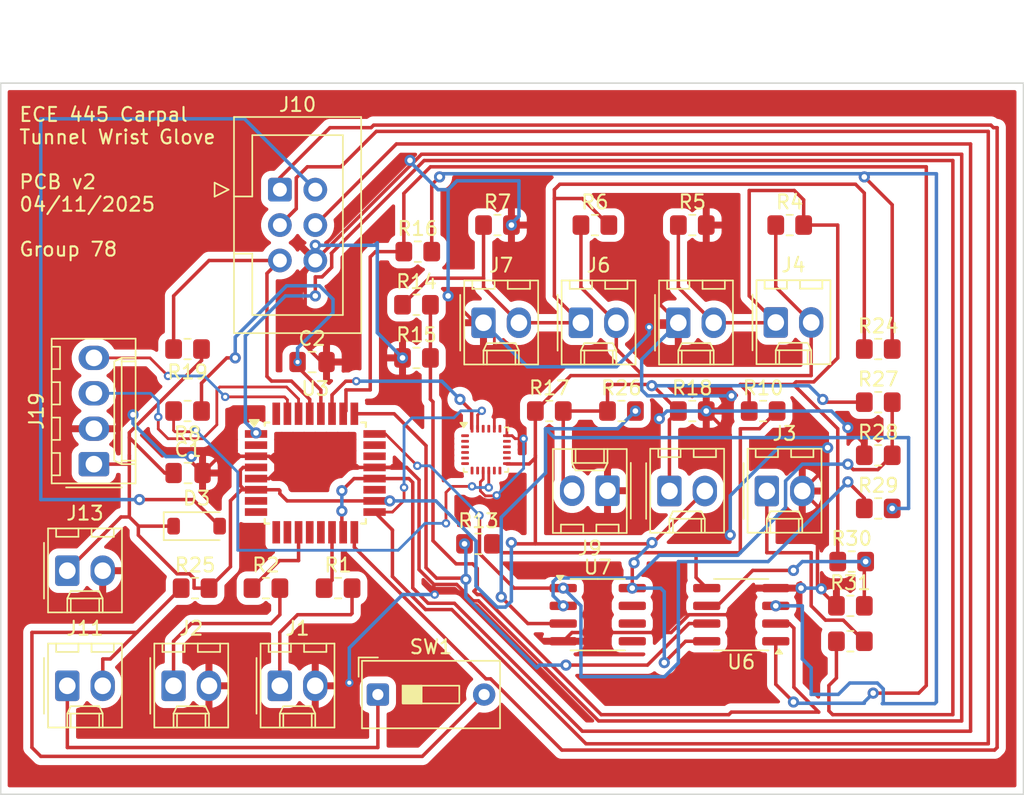
<source format=kicad_pcb>
(kicad_pcb (version 20241229) (generator "pcbnew") (generator_version "9.0")
  (layers (0 "F.Cu" signal) (2 "B.Cu" signal) (13 "F.Paste" user) (15 "B.Paste" user) (5 "F.SilkS" user "F.Silkscreen") (7 "B.SilkS" user "B.Silkscreen") (1 "F.Mask" user) (3 "B.Mask" user) (25 "Edge.Cuts" user))
  (net 0 "")
  (net 1 "+5V")
  (net 2 "GND")
  (net 3 "IMU_OUT")
  (net 4 "Net-(J1-Pin_1)")
  (net 5 "Net-(J2-Pin_1)")
  (net 6 "Net-(J3-Pin_1)")
  (net 7 "V1+")
  (net 8 "V2+")
  (net 9 "V+")
  (net 10 "MISO")
  (net 11 "RST")
  (net 12 "SCK")
  (net 13 "MOSI")
  (net 14 "Net-(U3-PB2)")
  (net 15 "Net-(U3-PD7)")
  (net 16 "Net-(J11-Pin_2)")
  (net 17 "Net-(U1-REGOUT)")
  (net 18 "Vdiff1")
  (net 19 "Vdiff2")
  (net 20 "Vdiff")
  (net 37 "MCU_DL")
  (net 40 "Net-(J11-Pin_1)")
  (net 42 "UART TXD")
  (net 52 "UART RXD")
  (net 53 "Net-(U3-PD3)")
  (net 54 "Net-(U6-IN2+)")
  (net 55 "Net-(U6-IN1-)")
  (net 56 "Net-(U6-IN1+)")
  (net 57 "Net-(U7-IN1+)")
  (net 58 "Net-(U7-IN1-)")
  (net 59 "Net-(U6-IN2-)")
  (net 63 "Net-(D3-A)")
  (footprint "Resistor_SMD:R_0805_2012Metric_Pad1.20x1.40mm_HandSolder" (layer "F.Cu") (at 121.015 56.515)
    (property "Reference" "R26")
    (property "Value" "10k")
  )
  (footprint "Resistor_SMD:R_0805_2012Metric_Pad1.20x1.40mm_HandSolder" (layer "F.Cu") (at 139.43 63.5)
    (property "Reference" "R29")
    (property "Value" "3.3M")
  )
  (footprint "Package_SO:SOIC-8_3.9x4.9mm_P1.27mm" (layer "F.Cu") (at 119.315 71.12)
    (property "Reference" "U7")
    (property "Value" "LM358DT")
  )
  (footprint "Connector_Molex:Molex_KK-254_AE-6410-02A_1x02_P2.54mm_Vertical" (layer "F.Cu") (at 81.275 76.22)
    (property "Reference" "J11")
    (property "Value" "SG1")
  )
  (footprint "Connector_Molex:Molex_KK-254_AE-6410-02A_1x02_P2.54mm_Vertical" (layer "F.Cu") (at 124.455 62.25)
    (property "Reference" "J8" (hide yes))
    (property "Value" "SG1")
  )
  (footprint "Connector_Molex:Molex_KK-254_AE-6410-02A_1x02_P2.54mm_Vertical" (layer "F.Cu") (at 132.08 50.165)
    (property "Reference" "J4")
    (property "Value" "SG3")
  )
  (footprint "Connector_IDC:IDC-Header_2x03_P2.54mm_Vertical" (layer "F.Cu") (at 96.52 40.64)
    (property "Reference" "J10")
    (property "Value" "AVR-ISP-6")
  )
  (footprint "Resistor_SMD:R_0805_2012Metric_Pad1.20x1.40mm_HandSolder" (layer "F.Cu") (at 90.44 69.215)
    (property "Reference" "R25")
    (property "Value" "1k")
  )
  (footprint "Resistor_SMD:R_0805_2012Metric_Pad1.20x1.40mm_HandSolder" (layer "F.Cu") (at 137.43 73.025)
    (property "Reference" "R3" (hide yes))
    (property "Value" "1k")
  )
  (footprint "Capacitor_SMD:C_0805_2012Metric_Pad1.18x1.45mm_HandSolder" (layer "F.Cu") (at 98.8275 53)
    (property "Reference" "C2")
    (property "Value" "10u")
  )
  (footprint "Resistor_SMD:R_0805_2012Metric_Pad1.20x1.40mm_HandSolder" (layer "F.Cu") (at 112.125 43.18)
    (property "Reference" "R7")
    (property "Value" "330")
  )
  (footprint "Sensor_Motion:InvenSense_QFN-24_3x3mm_P0.4mm" (layer "F.Cu") (at 111.3 59.285)
    (property "Reference" "U1" (hide yes))
    (property "Value" "ICM-20948")
  )
  (footprint "Connector_Molex:Molex_KK-254_AE-6410-02A_1x02_P2.54mm_Vertical" (layer "F.Cu") (at 88.895 76.22)
    (property "Reference" "J2")
    (property "Value" "LED")
  )
  (footprint "Connector_Molex:Molex_KK-254_AE-6410-02A_1x02_P2.54mm_Vertical" (layer "F.Cu") (at 111.12 50.185)
    (property "Reference" "J7")
    (property "Value" "SG6")
  )
  (footprint "Connector_Molex:Molex_KK-254_AE-6410-02A_1x02_P2.54mm_Vertical" (layer "F.Cu") (at 81.275 67.965)
    (property "Reference" "J13")
    (property "Value" "LED")
  )
  (footprint "Resistor_SMD:R_0805_2012Metric_Pad1.20x1.40mm_HandSolder" (layer "F.Cu") (at 131.175 56.515)
    (property "Reference" "R10")
    (property "Value" "10k")
  )
  (footprint "Resistor_SMD:R_0805_2012Metric_Pad1.20x1.40mm_HandSolder" (layer "F.Cu") (at 137.43 70.485)
    (property "Reference" "R31")
    (property "Value" "3.3M")
  )
  (footprint "Connector_Molex:Molex_KK-254_AE-6410-02A_1x02_P2.54mm_Vertical" (layer "F.Cu") (at 120.015 62.23 180)
    (property "Reference" "J9")
    (property "Value" "SG2")
  )
  (footprint "Resistor_SMD:R_0805_2012Metric_Pad1.20x1.40mm_HandSolder" (layer "F.Cu") (at 137.525 67.31)
    (property "Reference" "R30")
    (property "Value" "10k")
  )
  (footprint "Capacitor_SMD:C_0805_2012Metric_Pad1.18x1.45mm_HandSolder" (layer "F.Cu") (at 89.9375 60.96)
    (property "Reference" "C1")
    (property "Value" "1uF")
  )
  (footprint "Resistor_SMD:R_0805_2012Metric_Pad1.20x1.40mm_HandSolder" (layer "F.Cu") (at 126.095 56.515)
    (property "Reference" "R18")
    (property "Value" "330")
  )
  (footprint "Button_Switch_THT:SW_DIP_SPSTx01_Slide_9.78x4.72mm_W7.62mm_P2.54mm" (layer "F.Cu") (at 103.5475 76.8475)
    (property "Reference" "SW1")
    (property "Value" "SW_SPST")
  )
  (footprint "Resistor_SMD:R_0805_2012Metric_Pad1.20x1.40mm_HandSolder" (layer "F.Cu") (at 106.315 48.895)
    (property "Reference" "R14")
    (property "Value" "10k")
  )
  (footprint "Connector_Molex:Molex_KK-254_AE-6410-02A_1x02_P2.54mm_Vertical" (layer "F.Cu") (at 118.105 50.185)
    (property "Reference" "J6")
    (property "Value" "SG5")
  )
  (footprint "Connector_Molex:Molex_KK-254_AE-6410-02A_1x02_P2.54mm_Vertical" (layer "F.Cu") (at 125.09 50.185)
    (property "Reference" "J5" (hide yes))
    (property "Value" "SG4")
  )
  (footprint "Resistor_SMD:R_0805_2012Metric_Pad1.20x1.40mm_HandSolder" (layer "F.Cu") (at 106.41 45.085)
    (property "Reference" "R16")
    (property "Value" "3.3M")
  )
  (footprint "Resistor_SMD:R_0805_2012Metric_Pad1.20x1.40mm_HandSolder" (layer "F.Cu") (at 139.43 52.07)
    (property "Reference" "R24")
    (property "Value" "10k")
  )
  (footprint "Resistor_SMD:R_0805_2012Metric_Pad1.20x1.40mm_HandSolder" (layer "F.Cu") (at 115.84 56.515)
    (property "Reference" "R17")
    (property "Value" "330")
  )
  (footprint "Resistor_SMD:R_0805_2012Metric_Pad1.20x1.40mm_HandSolder" (layer "F.Cu") (at 119.11 43.18)
    (property "Reference" "R6")
    (property "Value" "330")
  )
  (footprint "Resistor_SMD:R_0805_2012Metric_Pad1.20x1.40mm_HandSolder" (layer "F.Cu") (at 100.695 69.215)
    (property "Reference" "R1")
    (property "Value" "1k")
  )
  (footprint "Connector_Molex:Molex_KK-254_AE-6410-04A_1x04_P2.54mm_Vertical" (layer "F.Cu") (at 83.185 60.325 90)
    (property "Reference" "J19")
    (property "Value" "Conn_01x04_Pin")
  )
  (footprint "Resistor_SMD:R_0805_2012Metric_Pad1.20x1.40mm_HandSolder" (layer "F.Cu") (at 133.08 43.18)
    (property "Reference" "R4")
    (property "Value" "330")
  )
  (footprint "Resistor_SMD:R_0805_2012Metric_Pad1.20x1.40mm_HandSolder" (layer "F.Cu") (at 95.52 69.215)
    (property "Reference" "R2")
    (property "Value" "1k")
  )
  (footprint "Diode_SMD:D_SOD-123" (layer "F.Cu") (at 90.55 64.77)
    (property "Reference" "D3")
    (property "Value" "MBR0520")
  )
  (footprint "Connector_Molex:Molex_KK-254_AE-6410-02A_1x02_P2.54mm_Vertical" (layer "F.Cu") (at 96.515 76.22)
    (property "Reference" "J1")
    (property "Value" "LED")
  )
  (footprint "Connector_Molex:Molex_KK-254_AE-6410-02A_1x02_P2.54mm_Vertical" (layer "F.Cu") (at 131.44 62.25)
    (property "Reference" "J3")
    (property "Value" "LED")
  )
  (footprint "Resistor_SMD:R_0805_2012Metric_Pad1.20x1.40mm_HandSolder" (layer "F.Cu") (at 126.095 43.18)
    (property "Reference" "R5")
    (property "Value" "330")
  )
  (footprint "Resistor_SMD:R_0805_2012Metric_Pad1.20x1.40mm_HandSolder" (layer "F.Cu") (at 139.43 59.69)
    (property "Reference" "R28")
    (property "Value" "3.3M")
  )
  (footprint "Resistor_SMD:R_0805_2012Metric_Pad1.20x1.40mm_HandSolder" (layer "F.Cu") (at 139.43 55.88)
    (property "Reference" "R27")
    (property "Value" "10k")
  )
  (footprint "Package_QFP:TQFP-32_7x7mm_P0.8mm" (layer "F.Cu") (at 99.06 60.96)
    (property "Reference" "U3")
    (property "Value" "ATmega328P-A")
  )
  (footprint "Package_SO:SOIC-8_3.9x4.9mm_P1.27mm" (layer "F.Cu") (at 129.605 71.12 180)
    (property "Reference" "U6")
    (property "Value" "LM358DT")
  )
  (footprint "Resistor_SMD:R_0805_2012Metric_Pad1.20x1.40mm_HandSolder" (layer "F.Cu") (at 89.9 52.07 180)
    (property "Reference" "R19")
    (property "Value" "10k")
  )
  (footprint "Resistor_SMD:R_0805_2012Metric_Pad1.20x1.40mm_HandSolder" (layer "F.Cu") (at 106.315 52.705)
    (property "Reference" "R15")
    (property "Value" "3.3M")
  )
  (footprint "Resistor_SMD:R_0805_2012Metric_Pad1.20x1.40mm_HandSolder" (layer "F.Cu") (at 110.76 66.04)
    (property "Reference" "R13")
    (property "Value" "3.3M")
  )
  (footprint "Resistor_SMD:R_0805_2012Metric_Pad1.20x1.40mm_HandSolder" (layer "F.Cu") (at 89.9 56.515 180)
    (property "Reference" "R8")
    (property "Value" "3k")
  )
  (gr_rect (start 76.5 33) (end 149.84 84) (stroke (width 0.1)) (fill no) (layer "Edge.Cuts"))
  (gr_text "\n" (at 137.795 27.94 0) (layer "F.Cu") (effects (font (size 1.5 1.5) (thickness 0.3) (bold yes)) (justify left bottom)))
  (gr_text "ECE 445 Carpal \nTunnel Wrist Glove\n\nPCB v2\n04/11/2025\n\nGroup 78" (at 77.75 45.5 0) (layer "F.SilkS") (effects (font (size 1 1)) (justify left bottom)))
  (segment (start 93.684 61.864) (end 93.98 62.16) (width 0.25) (layer "F.Cu") (net 1))
  (segment (start 88.265 60.96) (end 85.725 58.42) (width 0.25) (layer "F.Cu") (net 1))
  (segment (start 86.371642 64.758358) (end 86.383283 64.77) (width 0.25) (layer "F.Cu") (net 1))
  (segment (start 94.81 62.16) (end 93.76 62.16) (width 0.25) (layer "F.Cu") (net 1))
  (segment (start 120.645 52.065) (end 122.555 53.975) (width 0.25) (layer "F.Cu") (net 1))
  (segment (start 114.39713 60.311) (end 112.8 60.311) (width 0.25) (layer "F.Cu") (net 1))
  (segment (start 122.555 53.975) (end 117.38 53.975) (width 0.25) (layer "F.Cu") (net 1))
  (segment (start 90.366 69.215) (end 90.366 68.519486) (width 0.25) (layer "F.Cu") (net 1))
  (segment (start 125.615306 73.025) (end 124.085153 74.555153) (width 0.25) (layer "F.Cu") (net 1))
  (segment (start 92.976 62.944) (end 92.976 67.679) (width 0.25) (layer "F.Cu") (net 1))
  (segment (start 86.371642 65.416642) (end 86.371642 64.758358) (width 0.25) (layer "F.Cu") (net 1))
  (segment (start 96.52 62.225) (end 96.455 62.16) (width 0.25) (layer "F.Cu") (net 1))
  (segment (start 122.555 53.975) (end 134.62 53.975) (width 0.25) (layer "F.Cu") (net 1))
  (segment (start 97.04 62.96) (end 103.31 62.96) (width 0.25) (layer "F.Cu") (net 1))
  (segment (start 85.725 58.068486) (end 90.9 52.893486) (width 0.25) (layer "F.Cu") (net 1))
  (segment (start 120.645 50.185) (end 120.645 52.065) (width 0.25) (layer "F.Cu") (net 1))
  (segment (start 92.976 67.679) (end 91.44 69.215) (width 0.25) (layer "F.Cu") (net 1))
  (segment (start 94.81 60.56) (end 93.883 60.56) (width 0.25) (layer "F.Cu") (net 1))
  (segment (start 91.44 69.215) (end 90.366 69.215) (width 0.25) (layer "F.Cu") (net 1))
  (segment (start 83.185 60.325) (end 85.725 60.325) (width 0.25) (layer "F.Cu") (net 1))
  (segment (start 114.84 59.86813) (end 114.39713 60.311) (width 0.25) (layer "F.Cu") (net 1))
  (segment (start 127.13 73.025) (end 125.615306 73.025) (width 0.25) (layer "F.Cu") (net 1))
  (segment (start 90.9 52.893486) (end 90.9 52.07) (width 0.25) (layer "F.Cu") (net 1))
  (segment (start 123.205 66.04) (end 114.84 66.04) (width 0.25) (layer "F.Cu") (net 1))
  (segment (start 88.9 64.77) (end 86.383283 64.77) (width 0.25) (layer "F.Cu") (net 1))
  (segment (start 114.84 66.04) (end 114.84 59.69) (width 0.25) (layer "F.Cu") (net 1))
  (segment (start 85.725 58.42) (end 85.725 58.068486) (width 0.25) (layer "F.Cu") (net 1))
  (segment (start 85.725 60.325) (end 85.725 59.69) (width 0.25) (layer "F.Cu") (net 1))
  (segment (start 126.995 62.25) (end 123.205 66.04) (width 0.25) (layer "F.Cu") (net 1))
  (segment (start 134.62 53.975) (end 134.62 50.165) (width 0.25) (layer "F.Cu") (net 1))
  (segment (start 118.11 43.18) (end 118.11 47.65) (width 0.25) (layer "F.Cu") (net 1))
  (segment (start 118.11 47.65) (end 120.645 50.185) (width 0.25) (layer "F.Cu") (net 1))
  (segment (start 90.035514 68.189) (end 89.144 68.189) (width 0.25) (layer "F.Cu") (net 1))
  (segment (start 121.79 67.53) (end 121.92 67.4) (width 0.25) (layer "F.Cu") (net 1))
  (segment (start 114.84 56.515) (end 114.84 59.69) (width 0.25) (layer "F.Cu") (net 1))
  (segment (start 132.08 47.625) (end 134.62 50.165) (width 0.25) (layer "F.Cu") (net 1))
  (segment (start 132.08 43.18) (end 132.08 47.625) (width 0.25) (layer "F.Cu") (net 1))
  (segment (start 85.128283 64.111717) (end 85.725 64.111717) (width 0.25) (layer "F.Cu") (net 1))
  (segment (start 93.76 62.16) (end 92.976 62.944) (width 0.25) (layer "F.Cu") (net 1))
  (segment (start 96.455 62.16) (end 94.81 62.16) (width 0.25) (layer "F.Cu") (net 1))
  (segment (start 85.725 59.69) (end 85.725 64.111717) (width 0.25) (layer "F.Cu") (net 1))
  (segment (start 85.725 59.69) (end 85.725 58.42) (width 0.25) (layer "F.Cu") (net 1))
  (segment (start 103.31 62.96) (end 104.36 62.96) (width 0.25) (layer "F.Cu") (net 1))
  (segment (start 114.84 59.69) (end 114.84 59.86813) (width 0.25) (layer "F.Cu") (net 1))
  (segment (start 85.725 64.111717) (end 86.371642 64.758358) (width 0.25) (layer "F.Cu") (net 1))
  (segment (start 96.52 62.225) (end 96.52 62.44) (width 0.25) (layer "F.Cu") (net 1))
  (segment (start 93.684 60.759) (end 93.684 61.864) (width 0.25) (layer "F.Cu") (net 1))
  (segment (start 89.144 68.189) (end 86.371642 65.416642) (width 0.25) (layer "F.Cu") (net 1))
  (segment (start 88.9 60.96) (end 88.265 60.96) (width 0.25) (layer "F.Cu") (net 1))
  (segment (start 81.275 67.965) (end 85.128283 64.111717) (width 0.25) (layer "F.Cu") (net 1))
  (segment (start 114.84 66.04) (end 113.21 66.04) (width 0.25) (layer "F.Cu") (net 1))
  (segment (start 96.52 62.44) (end 97.04 62.96) (width 0.25) (layer "F.Cu") (net 1))
  (segment (start 93.98 62.16) (end 94.81 62.16) (width 0.25) (layer "F.Cu") (net 1))
  (segment (start 93.883 60.56) (end 93.684 60.759) (width 0.25) (layer "F.Cu") (net 1))
  (segment (start 117.38 53.975) (end 114.84 56.515) (width 0.25) (layer "F.Cu") (net 1))
  (segment (start 90.366 68.519486) (end 90.035514 68.189) (width 0.25) (layer "F.Cu") (net 1))
  (segment (start 113.21 66.04) (end 113.12 65.95) (width 0.25) (layer "F.Cu") (net 1))
  (segment (start 121.79 69.215) (end 121.79 67.53) (width 0.25) (layer "F.Cu") (net 1))
  (via (at 124.085153 74.555153) (size 0.8) (drill 0.4) (layers "F.Cu" "B.Cu") (net 1))
  (via (at 121.92 67.4) (size 0.8) (drill 0.4) (layers "F.Cu" "B.Cu") (net 1))
  (via (at 113.12 65.95) (size 0.8) (drill 0.4) (layers "F.Cu" "B.Cu") (net 1))
  (via (at 121.79 69.215) (size 0.8) (drill 0.4) (layers "F.Cu" "B.Cu") (net 1))
  (via (at 104.400474 62.959999) (size 0.8) (drill 0.4) (layers "F.Cu" "B.Cu") (net 1))
  (via (at 123.205 65.95) (size 0.8) (drill 0.4) (layers "F.Cu" "B.Cu") (net 1))
  (segment (start 124.085153 69.475153) (end 123.825 69.215) (width 0.25) (layer "B.Cu") (net 1))
  (segment (start 107.706719 62.959999) (end 104.400474 62.959999) (width 0.25) (layer "B.Cu") (net 1))
  (segment (start 124.085153 74.555153) (end 124.085153 69.475153) (width 0.25) (layer "B.Cu") (net 1))
  (segment (start 113.12 65.95) (end 113.12 70.15172) (width 0.25) (layer "B.Cu") (net 1))
  (segment (start 113.12 70.15172) (end 112.69572 70.576) (width 0.25) (layer "B.Cu") (net 1))
  (segment (start 123.825 69.215) (end 121.79 69.215) (width 0.25) (layer "B.Cu") (net 1))
  (segment (start 112.69572 70.576) (end 112.09428 70.576) (width 0.25) (layer "B.Cu") (net 1))
  (segment (start 110.581 65.83428) (end 107.706719 62.959999) (width 0.25) (layer "B.Cu") (net 1))
  (segment (start 121.92 67.4) (end 121.92 67.235) (width 0.25) (layer "B.Cu") (net 1))
  (segment (start 110.581 69.06272) (end 110.581 65.83428) (width 0.25) (layer "B.Cu") (net 1))
  (segment (start 121.92 67.235) (end 123.205 65.95) (width 0.25) (layer "B.Cu") (net 1))
  (segment (start 112.09428 70.576) (end 110.581 69.06272) (width 0.25) (layer "B.Cu") (net 1))
  (segment (start 111.9 56) (end 111.9 50.965) (width 0.2) (layer "F.Cu") (net 2))
  (segment (start 111.251057 62.601) (end 112.030374 62.601) (width 0.2) (layer "F.Cu") (net 2))
  (segment (start 111.9 57.785) (end 111.9 56) (width 0.2) (layer "F.Cu") (net 2))
  (segment (start 83.185 57.785) (end 84.98318 57.785) (width 0.25) (layer "F.Cu") (net 2))
  (segment (start 90.975 60.96) (end 92.175 59.76) (width 0.25) (layer "F.Cu") (net 2))
  (segment (start 105.60857 60.56) (end 106.5 61.45143) (width 0.25) (layer "F.Cu") (net 2))
  (segment (start 99.06 45.72) (end 99.06 44.630003) (width 0.25) (layer "F.Cu") (net 2))
  (segment (start 111.9 50.965) (end 111.12 50.185) (width 0.2) (layer "F.Cu") (net 2))
  (segment (start 111.1 61.4) (end 110.899 61.601) (width 0.2) (layer "F.Cu") (net 2))
  (segment (start 104.37781 60.56) (end 105.60857 60.56) (width 0.25) (layer "F.Cu") (net 2))
  (segment (start 94.81 61.36) (end 95.737 61.36) (width 0.25) (layer "F.Cu") (net 2))
  (segment (start 112.8 58.285) (end 112.8 56.9) (width 0.2) (layer "F.Cu") (net 2))
  (segment (start 95.737 59.76) (end 96.537 60.56) (width 0.25) (layer "F.Cu") (net 2))
  (segment (start 113.171774 58.284) (end 113.170774 58.285) (width 0.2) (layer "F.Cu") (net 2))
  (segment (start 127.095 56.515) (end 128.815 58.235) (width 0.25) (layer "F.Cu") (net 2))
  (segment (start 104.37781 60.56) (end 104.14 60.56) (width 0.25) (layer "F.Cu") (net 2))
  (segment (start 92.175 59.76) (end 94.81 59.76) (width 0.25) (layer "F.Cu") (net 2))
  (segment (start 128.815 58.235) (end 128.815 65.405) (width 0.25) (layer "F.Cu") (net 2))
  (segment (start 111.12 50.185) (end 110.51 50.185) (width 0.25) (layer "F.Cu") (net 2))
  (segment (start 106.5 61.45143) (end 106.5 67.88781) (width 0.25) (layer "F.Cu") (net 2))
  (segment (start 120.015 60.775022) (end 123.730022 57.06) (width 0.25) (layer "F.Cu") (net 2))
  (segment (start 110.51 50.185) (end 108.585 48.26) (width 0.25) (layer "F.Cu") (net 2))
  (segment (start 107.56319 69.614973) (end 107.624217 69.676) (width 0.25) (layer "F.Cu") (net 2))
  (segment (start 98.334 46.446) (end 99.06 45.72) (width 0.25) (layer "F.Cu") (net 2))
  (segment (start 103.31 60.56) (end 104.14 60.56) (width 0.25) (layer "F.Cu") (net 2))
  (segment (start 124.775 50.5) (end 125.09 50.185) (width 0.25) (layer "F.Cu") (net 2))
  (segment (start 112.030374 62.601) (end 112.065687 62.565687) (width 0.2) (layer "F.Cu") (net 2))
  (segment (start 127 41.275) (end 123.19 41.275) (width 0.25) (layer "F.Cu") (net 2))
  (segment (start 145.415 38.1) (end 106.68 38.1) (width 0.25) (layer "F.Cu") (net 2))
  (segment (start 110.899 62.248943) (end 111.251057 62.601) (width 0.2) (layer "F.Cu") (net 2))
  (segment (start 110.899 62) (end 110.899 62.248943) (width 0.2) (layer "F.Cu") (net 2))
  (segment (start 124.57819 72.399) (end 125.85719 71.12) (width 0.25) (layer "F.Cu") (net 2))
  (segment (start 109.19928 68.951) (end 110.37528 70.127) (width 0.25) (layer "F.Cu") (net 2))
  (segment (start 127.815 56.515) (end 128.905 55.425) (width 0.25) (layer "F.Cu") (net 2))
  (segment (start 107.56319 68.951) (end 107.56319 69.614973) (width 0.25) (layer "F.Cu") (net 2))
  (segment (start 101.28 76.22) (end 99.055 76.22) (width 0.25) (layer "F.Cu") (net 2))
  (segment (start 127.095 43.18) (end 127.095 41.37) (width 0.25) (layer "F.Cu") (net 2))
  (segment (start 138.43 58.875) (end 137.25 57.695) (width 0.25) (layer "F.Cu") (net 2))
  (segment (start 135.071 63.341) (end 135.071 69.126) (width 0.25) (layer "F.Cu") (net 2))
  (segment (start 135.071 69.126) (end 136.43 70.485) (width 0.25) (layer "F.Cu") (net 2))
  (segment (start 110.76419 70.127) (end 119.37719 78.74) (width 0.25) (layer "F.Cu") (net 2))
  (segment (start 90.17 59.78) (end 90.17 60.155) (width 0.25) (layer "F.Cu") (net 2))
  (segment (start 125.85719 71.12) (end 128.905 71.12) (width 0.25) (layer "F.Cu") (net 2))
  (segment (start 132.08 69.215) (end 133.895 69.215) (width 0.25) (layer "F.Cu") (net 2))
  (segment (start 119.37719 78.74) (end 145.415 78.74) (width 0.25) (layer "F.Cu") (net 2))
  (segment (start 123.19 41.275) (end 123.19 48.285) (width 0.25) (layer "F.Cu") (net 2))
  (segment (start 120.015 62.23) (end 120.015 60.775022) (width 0.25) (layer "F.Cu") (net 2))
  (segment (start 123.19 48.285) (end 125.09 50.185) (width 0.25) (layer "F.Cu") (net 2))
  (segment (start 127.095 56.515) (end 127.815 56.515) (width 0.25) (layer "F.Cu") (net 2))
  (segment (start 113.387774 58.5) (end 113.171774 58.284) (width 0.2) (layer "F.Cu") (net 2))
  (segment (start 96.537 60.56) (end 103.31 60.56) (width 0.25) (layer "F.Cu") (net 2))
  (segment (start 110.899 61.601) (end 110.899 62) (width 0.2) (layer "F.Cu") (net 2))
  (segment (start 117.466 72.399) (end 124.57819 72.399) (width 0.25) (layer "F.Cu") (net 2))
  (segment (start 116.84 73.025) (end 117.466 72.399) (width 0.25) (layer "F.Cu") (net 2))
  (segment (start 135.8 60.43) (end 133.98 62.25) (width 0.25) (layer "F.Cu") (net 2))
  (segment (start 110.37528 70.127) (end 110.76419 70.127) (width 0.25) (layer "F.Cu") (net 2))
  (segment (start 90.17 60.155) (end 90.975 60.96) (width 0.25) (layer "F.Cu") (net 2))
  (segment (start 128.905 71.12) (end 130.81 69.215) (width 0.25) (layer "F.Cu") (net 2))
  (segment (start 99.865 53.34) (end 98.334 51.809) (width 0.25) (layer "F.Cu") (net 2))
  (segment (start 114 58.5) (end 113.387774 58.5) (width 0.2) (layer "F.Cu") (net 2))
  (segment (start 138.43 59.69) (end 138.43 58.875) (width 0.25) (layer "F.Cu") (net 2))
  (segment (start 123 50.5) (end 124.775 50.5) (width 0.25) (layer "F.Cu") (net 2))
  (segment (start 133.98 62.25) (end 135.071 63.341) (width 0.25) (layer "F.Cu") (net 2))
  (segment (start 98.334 51.809) (end 98.334 46.446) (width 0.25) (layer "F.Cu") (net 2))
  (segment (start 130.81 69.215) (end 132.08 69.215) (width 0.25) (layer "F.Cu") (net 2))
  (segment (start 95.737 61.36) (end 96.537 60.56) (width 0.25) (layer "F.Cu") (net 2))
  (segment (start 145.415 78.74) (end 145.415 38.1) (width 0.25) (layer "F.Cu") (net 2))
  (segment (start 94.81 59.76) (end 95.737 59.76) (width 0.25) (layer "F.Cu") (net 2))
  (segment (start 101.5 76) (end 101.28 76.22) (width 0.25) (layer "F.Cu") (net 2))
  (segment (start 113.170774 58.285) (end 112.8 58.285) (width 0.2) (layer "F.Cu") (net 2))
  (segment (start 112.8 56.9) (end 111.9 56) (width 0.2) (layer "F.Cu") (net 2))
  (segment (start 127.095 41.37) (end 127 41.275) (width 0.25) (layer "F.Cu") (net 2))
  (segment (start 106.68 38.1) (end 99.06 45.72) (width 0.25) (layer "F.Cu") (net 2))
  (segment (start 106.5 67.88781) (end 107.56319 68.951) (width 0.25) (layer "F.Cu") (net 2))
  (segment (start 84.98318 57.785) (end 85.98909 56.77909) (width 0.25) (layer "F.Cu") (net 2))
  (segment (start 107.56319 68.951) (end 109.19928 68.951) (width 0.25) (layer "F.Cu") (net 2))
  (segment (start 103.31 60.56) (end 104.37781 60.56) (width 0.25) (layer "F.Cu") (net 2))
  (segment (start 111.1 60.785) (end 111.1 61.4) (width 0.2) (layer "F.Cu") (net 2))
  (segment (start 135.8 59.145) (end 135.8 60.43) (width 0.25) (layer "F.Cu") (net 2))
  (via (at 101.5 76) (size 0.6) (drill 0.3) (layers "F.Cu" "B.Cu") (net 2))
  (via (at 85.98909 56.77909) (size 0.8) (drill 0.4) (layers "F.Cu" "B.Cu") (net 2))
  (via (at 123.730022 57.06) (size 0.8) (drill 0.4) (layers "F.Cu" "B.Cu") (net 2))
  (via (at 128.815 65.405) (size 0.8) (drill 0.4) (layers "F.Cu" "B.Cu") (net 2))
  (via (at 123 50.5) (size 0.6) (drill 0.3) (layers "F.Cu" "B.Cu") (net 2))
  (via (at 137.25 57.695) (size 0.8) (drill 0.4) (layers "F.Cu" "B.Cu") (net 2))
  (via (at 105.315 52.705) (size 0.8) (drill 0.4) (layers "F.Cu" "B.Cu") (net 2))
  (via (at 90.17 59.78) (size 0.8) (drill 0.4) (layers "F.Cu" "B.Cu") (net 2))
  (via (at 113.125 43.18) (size 0.8) (drill 0.4) (layers "F.Cu" "B.Cu") (net 2))
  (via (at 99.06 44.630003) (size 0.8) (drill 0.4) (layers "F.Cu" "B.Cu") (net 2))
  (via (at 135.8 59.145) (size 0.8) (drill 0.4) (layers "F.Cu" "B.Cu") (net 2))
  (via (at 135.345 69.2625) (size 0.8) (drill 0.4) (layers "F.Cu" "B.Cu") (net 2))
  (via (at 108.585 48.26) (size 0.8) (drill 0.4) (layers "F.Cu" "B.Cu") (net 2))
  (via (at 105.851252 38.541252) (size 0.8) (drill 0.4) (layers "F.Cu" "B.Cu") (net 2))
  (via (at 112.065687 62.565687) (size 0.6) (drill 0.3) (layers "F.Cu" "B.Cu") (net 2))
  (via (at 127.095 56.515) (size 0.8) (drill 0.4) (layers "F.Cu" "B.Cu") (net 2))
  (via (at 107.624217 69.676) (size 0.6) (drill 0.3) (layers "F.Cu" "B.Cu") (net 2))
  (via (at 133.895 69.215) (size 0.8) (drill 0.4) (layers "F.Cu" "B.Cu") (net 2))
  (via (at 128.905 55.425) (size 0.8) (drill 0.4) (layers "F.Cu" "B.Cu") (net 2))
  (via (at 114 58.5) (size 0.6) (drill 0.3) (layers "F.Cu" "B.Cu") (net 2))
  (segment (start 123 50.99) (end 123 50.5) (width 0.25) (layer "B.Cu") (net 2))
  (segment (start 128.815 65.405) (end 128.815 62.588486) (width 0.25) (layer "B.Cu") (net 2))
  (segment (start 109.22 40.005) (end 113.665 40.005) (width 0.25) (layer "B.Cu") (net 2))
  (segment (start 114 60.631374) (end 114 58.5) (width 0.2) (layer "B.Cu") (net 2))
  (segment (start 85.98909 56.77909) (end 85.98909 57.41409) (width 0.25) (layer "B.Cu") (net 2))
  (segment (start 123.730022 57.06) (end 124.275022 56.515) (width 0.25) (layer "B.Cu") (net 2))
  (segment (start 124.275022 56.515) (end 127.095 56.515) (width 0.25) (layer "B.Cu") (net 2))
  (segment (start 108.585 48.26) (end 108.585 40.64) (width 0.25) (layer "B.Cu") (net 2))
  (segment (start 113.03 43.18) (end 113.125 43.18) (width 0.25) (layer "B.Cu") (net 2))
  (segment (start 113.665 40.005) (end 113.665 42.545) (width 0.25) (layer "B.Cu") (net 2))
  (segment (start 122.464 55.00072) (end 122.464 52.811) (width 0.25) (layer "B.Cu") (net 2))
  (segment (start 85.98909 57.41409) (end 88.355 59.78) (width 0.25) (layer "B.Cu") (net 2))
  (segment (start 88.355 59.78) (end 90.17 59.78) (width 0.25) (layer "B.Cu") (net 2))
  (segment (start 107.858203 40.64) (end 105.851252 38.633049) (width 0.25) (layer "B.Cu") (net 2))
  (segment (start 103.324997 44.630003) (end 103.505 44.45) (width 0.25) (layer "B.Cu") (net 2))
  (segment (start 105.324 69.676) (end 101.5 73.5) (width 0.25) (layer "B.Cu") (net 2))
  (segment (start 122.464 52.811) (end 125.09 50.185) (width 0.25) (layer "B.Cu") (net 2))
  (segment (start 133.895 69.215) (end 135.2975 69.215) (width 0.25) (layer "B.Cu") (net 2))
  (segment (start 103.505 44.45) (end 103.505 50.895) (width 0.25) (layer "B.Cu") (net 2))
  (segment (start 113.665 42.545) (end 113.03 43.18) (width 0.25) (layer "B.Cu") (net 2))
  (segment (start 111.12 50.185) (end 114.275 53.34) (width 0.25) (layer "B.Cu") (net 2))
  (segment (start 135.2975 69.215) (end 135.345 69.2625) (width 0.25) (layer "B.Cu") (net 2))
  (segment (start 114.275 53.34) (end 120.65 53.34) (width 0.25) (layer "B.Cu") (net 2))
  (segment (start 128.815 62.588486) (end 132.258486 59.145) (width 0.25) (layer "B.Cu") (net 2))
  (segment (start 120.65 53.34) (end 123 50.99) (width 0.25) (layer "B.Cu") (net 2))
  (segment (start 103.505 50.895) (end 105.315 52.705) (width 0.25) (layer "B.Cu") (net 2))
  (segment (start 136.07 56.515) (end 127.095 56.515) (width 0.25) (layer "B.Cu") (net 2))
  (segment (start 122.88828 55.425) (end 122.464 55.00072) (width 0.25) (layer "B.Cu") (net 2))
  (segment (start 108.585 40.64) (end 109.22 40.005) (width 0.25) (layer "B.Cu") (net 2))
  (segment (start 132.258486 59.145) (end 135.8 59.145) (width 0.25) (layer "B.Cu") (net 2))
  (segment (start 108.585 40.64) (end 107.858203 40.64) (width 0.25) (layer "B.Cu") (net 2))
  (segment (start 128.905 55.425) (end 122.88828 55.425) (width 0.25) (layer "B.Cu") (net 2))
  (segment (start 101.5 73.5) (end 101.5 76) (width 0.25) (layer "B.Cu") (net 2))
  (segment (start 99.06 44.630003) (end 103.324997 44.630003) (width 0.25) (layer "B.Cu") (net 2))
  (segment (start 112.065687 62.565687) (end 114 60.631374) (width 0.2) (layer "B.Cu") (net 2))
  (segment (start 137.25 57.695) (end 136.07 56.515) (width 0.25) (layer "B.Cu") (net 2))
  (segment (start 107.624217 69.676) (end 105.324 69.676) (width 0.25) (layer "B.Cu") (net 2))
  (segment (start 105.851252 38.633049) (end 105.851252 38.541252) (width 0.25) (layer "B.Cu") (net 2))
  (segment (start 99.46 56.71) (end 99.46 55.01) (width 0.25) (layer "F.Cu") (net 3))
  (segment (start 90.9 56.515) (end 90.9 54.515) (width 0.25) (layer "F.Cu") (net 3))
  (segment (start 97.680339 53.230339) (end 97.79 53.34) (width 0.25) (layer "F.Cu") (net 3))
  (segment (start 90.9 54.515) (end 92.71 52.705) (width 0.25) (layer "F.Cu") (net 3))
  (segment (start 99.46 55.01) (end 97.79 53.34) (width 0.25) (layer "F.Cu") (net 3))
  (segment (start 92.71 52.705) (end 93.319 52.705) (width 0.25) (layer "F.Cu") (net 3))
  (via (at 97.79 53) (size 0.6) (drill 0.3) (layers "F.Cu" "B.Cu") (net 3))
  (via (at 93.319 52.705) (size 0.8) (drill 0.4) (layers "F.Cu" "B.Cu") (net 3))
  (segment (start 100.33 49.472952) (end 97.79 52.012952) (width 0.25) (layer "B.Cu") (net 3))
  (segment (start 97.79 52.012952) (end 97.79 53) (width 0.25) (layer "B.Cu") (net 3))
  (segment (start 97.00147 47.534) (end 99.36072 47.534) (width 0.25) (layer "B.Cu") (net 3))
  (segment (start 93.319 51.21647) (end 97.00147 47.534) (width 0.25) (layer "B.Cu") (net 3))
  (segment (start 100.33 48.50328) (end 100.33 49.472952) (width 0.25) (layer "B.Cu") (net 3))
  (segment (start 93.319 52.705) (end 93.319 51.21647) (width 0.25) (layer "B.Cu") (net 3))
  (segment (start 99.36072 47.534) (end 100.33 48.50328) (width 0.25) (layer "B.Cu") (net 3))
  (segment (start 97.79 71.12) (end 101.6 71.12) (width 0.25) (layer "F.Cu") (net 4))
  (segment (start 96.515 72.395) (end 97.79 71.12) (width 0.25) (layer "F.Cu") (net 4))
  (segment (start 101.6 71.12) (end 101.695 71.025) (width 0.25) (layer "F.Cu") (net 4))
  (segment (start 96.515 76.22) (end 96.515 72.395) (width 0.25) (layer "F.Cu") (net 4))
  (segment (start 101.695 71.025) (end 101.695 69.215) (width 0.25) (layer "F.Cu") (net 4))
  (segment (start 90.17 71.755) (end 95.885 71.755) (width 0.25) (layer "F.Cu") (net 5))
  (segment (start 88.895 73.03) (end 90.17 71.755) (width 0.25) (layer "F.Cu") (net 5))
  (segment (start 96.52 71.12) (end 96.52 69.215) (width 0.25) (layer "F.Cu") (net 5))
  (segment (start 88.895 76.22) (end 88.895 73.03) (width 0.25) (layer "F.Cu") (net 5))
  (segment (start 95.885 71.755) (end 96.52 71.12) (width 0.25) (layer "F.Cu") (net 5))
  (segment (start 134.62 70.485) (end 134.62 66.675) (width 0.25) (layer "F.Cu") (net 6))
  (segment (start 136.916 71.511) (end 135.646 71.511) (width 0.25) (layer "F.Cu") (net 6))
  (segment (start 131.445 66.675) (end 131.44 66.67) (width 0.25) (layer "F.Cu") (net 6))
  (segment (start 131.44 66.67) (end 131.44 62.25) (width 0.25) (layer "F.Cu") (net 6))
  (segment (start 134.62 66.675) (end 131.445 66.675) (width 0.25) (layer "F.Cu") (net 6))
  (segment (start 135.646 71.511) (end 134.62 70.485) (width 0.25) (layer "F.Cu") (net 6))
  (segment (start 138.43 73.025) (end 136.916 71.511) (width 0.25) (layer "F.Cu") (net 6))
  (segment (start 134.08 43.18) (end 134.08 41.37) (width 0.25) (layer "F.Cu") (net 7))
  (segment (start 130.175 48.26) (end 132.08 50.165) (width 0.25) (layer "F.Cu") (net 7))
  (segment (start 129.54 54.61) (end 130.175 55.245) (width 0.25) (layer "F.Cu") (net 7))
  (segment (start 130.175 55.245) (end 130.175 56.515) (width 0.25) (layer "F.Cu") (net 7))
  (segment (start 133.35 54.61) (end 129.54 54.61) (width 0.25) (layer "F.Cu") (net 7))
  (segment (start 125.095 47.65) (end 127.63 50.185) (width 0.25) (layer "F.Cu") (net 7))
  (segment (start 134.80681 54.426) (end 136.525 52.70781) (width 0.25) (layer "F.Cu") (net 7))
  (segment (start 127.63 50.185) (end 132.06 50.185) (width 0.25) (layer "F.Cu") (net 7))
  (segment (start 134.08 41.37) (end 133.411 40.701) (width 0.25) (layer "F.Cu") (net 7))
  (segment (start 136.525 67.31) (end 136.525 57.785) (width 0.25) (layer "F.Cu") (net 7))
  (segment (start 133.35 54.61) (end 136.525 57.785) (width 0.25) (layer "F.Cu") (net 7))
  (segment (start 136.525 43.18) (end 134.08 43.18) (width 0.25) (layer "F.Cu") (net 7))
  (segment (start 136.525 52.70781) (end 136.525 43.18) (width 0.25) (layer "F.Cu") (net 7))
  (segment (start 133.411 40.701) (end 130.175 40.701) (width 0.25) (layer "F.Cu") (net 7))
  (segment (start 125.095 43.18) (end 125.095 47.65) (width 0.25) (layer "F.Cu") (net 7))
  (segment (start 130.175 40.701) (end 130.175 48.26) (width 0.25) (layer "F.Cu") (net 7))
  (segment (start 133.534 54.426) (end 134.80681 54.426) (width 0.25) (layer "F.Cu") (net 7))
  (segment (start 132.06 50.185) (end 132.08 50.165) (width 0.25) (layer "F.Cu") (net 7))
  (segment (start 133.534 54.426) (end 133.35 54.61) (width 0.25) (layer "F.Cu") (net 7))
  (segment (start 116.205 41.275) (end 116.205 48.285) (width 0.25) (layer "F.Cu") (net 8))
  (segment (start 138.43 40.885) (end 137.795 40.25) (width 0.25) (layer "F.Cu") (net 8))
  (segment (start 111.125 46.99) (end 111.125 47.65) (width 0.25) (layer "F.Cu") (net 8))
  (segment (start 113.66 50.185) (end 118.105 50.185) (width 0.25) (layer "F.Cu") (net 8))
  (segment (start 116.595 40.25) (end 137.795 40.25) (width 0.25) (layer "F.Cu") (net 8))
  (segment (start 120.11 43.18) (end 118.205 41.275) (width 0.25) (layer "F.Cu") (net 8))
  (segment (start 138.43 52.07) (end 138.43 40.885) (width 0.25) (layer "F.Cu") (net 8))
  (segment (start 118.205 41.275) (end 116.205 41.275) (width 0.25) (layer "F.Cu") (net 8))
  (segment (start 116.205 48.285) (end 118.105 50.185) (width 0.25) (layer "F.Cu") (net 8))
  (segment (start 116.595 40.25) (end 116.205 40.64) (width 0.25) (layer "F.Cu") (net 8))
  (segment (start 111.125 47.65) (end 113.66 50.185) (width 0.25) (layer "F.Cu") (net 8))
  (segment (start 111.125 43.18) (end 111.125 46.99) (width 0.25) (layer "F.Cu") (net 8))
  (segment (start 116.205 40.64) (end 116.205 41.275) (width 0.25) (layer "F.Cu") (net 8))
  (segment (start 105.315 48.895) (end 107.22 46.99) (width 0.25) (layer "F.Cu") (net 8))
  (segment (start 107.22 46.99) (end 111.125 46.99) (width 0.25) (layer "F.Cu") (net 8))
  (segment (start 124.455 62.25) (end 124.455 57.155) (width 0.25) (layer "F.Cu") (net 9))
  (segment (start 116.84 61.595) (end 117.475 62.23) (width 0.25) (layer "F.Cu") (net 9))
  (segment (start 120.015 54.61) (end 120.015 56.515) (width 0.25) (layer "F.Cu") (net 9))
  (segment (start 116.84 56.515) (end 116.84 61.595) (width 0.25) (layer "F.Cu") (net 9))
  (segment (start 125.095 56.515) (end 123.19 54.61) (width 0.25) (layer "F.Cu") (net 9))
  (segment (start 120.015 56.515) (end 116.84 56.515) (width 0.25) (layer "F.Cu") (net 9))
  (segment (start 135.645306 55.88) (end 135.450153 55.684847) (width 0.25) (layer "F.Cu") (net 9))
  (segment (start 123.19 54.61) (end 120.015 54.61) (width 0.25) (layer "F.Cu") (net 9))
  (segment (start 138.43 55.88) (end 135.645306 55.88) (width 0.25) (layer "F.Cu") (net 9))
  (segment (start 124.455 57.155) (end 125.095 56.515) (width 0.25) (layer "F.Cu") (net 9))
  (via (at 123.19 54.7) (size 0.8) (drill 0.4) (layers "F.Cu" "B.Cu") (net 9))
  (via (at 135.450153 55.684847) (size 0.8) (drill 0.4) (layers "F.Cu" "B.Cu") (net 9))
  (segment (start 135.450153 55.684847) (end 134.465306 54.7) (width 0.25) (layer "B.Cu") (net 9))
  (segment (start 134.465306 54.7) (end 123.19 54.7) (width 0.25) (layer "B.Cu") (net 9))
  (segment (start 116.741405 80.829) (end 147.771 80.829) (width 0.25) (layer "F.Cu") (net 10))
  (segment (start 101.86 65.21) (end 101.86 66.285791) (width 0.25) (layer "F.Cu") (net 10))
  (segment (start 103.065084 36.195) (end 100.115 36.195) (width 0.25) (layer "F.Cu") (net 10))
  (segment (start 96.52 39.79) (end 96.52 40.64) (width 0.25) (layer "F.Cu") (net 10))
  (segment (start 103.249084 36.011) (end 103.065084 36.195) (width 0.25) (layer "F.Cu") (net 10))
  (segment (start 111.633905 75.7215) (end 116.741405 80.829) (width 0.25) (layer "F.Cu") (net 10))
  (segment (start 147.50681 36.011) (end 103.249084 36.011) (width 0.25) (layer "F.Cu") (net 10))
  (segment (start 100.115 36.195) (end 96.52 39.79) (width 0.25) (layer "F.Cu") (net 10))
  (segment (start 147.69081 36.195) (end 147.50681 36.011) (width 0.25) (layer "F.Cu") (net 10))
  (segment (start 147.771 80.829) (end 147.955 80.645) (width 0.25) (layer "F.Cu") (net 10))
  (segment (start 147.955 36.195) (end 147.69081 36.195) (width 0.25) (layer "F.Cu") (net 10))
  (segment (start 147.955 80.645) (end 147.955 36.195) (width 0.25) (layer "F.Cu") (net 10))
  (segment (start 101.86 66.285791) (end 111.295709 75.7215) (width 0.25) (layer "F.Cu") (net 10))
  (segment (start 111.295709 75.7215) (end 111.633905 75.7215) (width 0.25) (layer "F.Cu") (net 10))
  (segment (start 96.52 45.72) (end 95.594 46.646) (width 0.25) (layer "F.Cu") (net 11))
  (segment (start 88.9 48.26) (end 88.9 52.07) (width 0.25) (layer "F.Cu") (net 11))
  (segment (start 91.44 45.72) (end 88.9 48.26) (width 0.25) (layer "F.Cu") (net 11))
  (segment (start 98.66 55.681) (end 98.66 56.71) (width 0.25) (layer "F.Cu") (net 11))
  (segment (start 95.924486 54.366) (end 97.345 54.366) (width 0.25) (layer "F.Cu") (net 11))
  (segment (start 96.52 45.72) (end 91.44 45.72) (width 0.25) (layer "F.Cu") (net 11))
  (segment (start 95.594 46.646) (end 95.594 54.035514) (width 0.25) (layer "F.Cu") (net 11))
  (segment (start 95.594 54.035514) (end 95.924486 54.366) (width 0.25) (layer "F.Cu") (net 11))
  (segment (start 97.345 54.366) (end 98.66 55.681) (width 0.25) (layer "F.Cu") (net 11))
  (segment (start 96.52 43.18) (end 97.7 42) (width 0.25) (layer "F.Cu") (net 12))
  (segment (start 98.488486 39.002) (end 100.895894 39.002) (width 0.25) (layer "F.Cu") (net 12))
  (segment (start 147.32 80.378) (end 118.47238 80.378) (width 0.25) (layer "F.Cu") (net 12))
  (segment (start 106.964019 70.752) (end 104.591 68.378981) (width 0.25) (layer "F.Cu") (net 12))
  (segment (start 104.591837 63.76) (end 103.31 63.76) (width 0.2) (layer "F.Cu") (net 12))
  (segment (start 104.591 68.378981) (end 104.591 65.091) (width 0.25) (layer "F.Cu") (net 12))
  (segment (start 97.696 42.004) (end 97.696 39.794486) (width 0.25) (layer "F.Cu") (net 12))
  (segment (start 105.424 62.927837) (end 104.591837 63.76) (width 0.2) (layer "F.Cu") (net 12))
  (segment (start 97.696 39.794486) (end 98.488486 39.002) (width 0.25) (layer "F.Cu") (net 12))
  (segment (start 118.47238 80.378) (end 108.84638 70.752) (width 0.25) (layer "F.Cu") (net 12))
  (segment (start 100.895894 39.002) (end 103.435894 36.462) (width 0.25) (layer "F.Cu") (net 12))
  (segment (start 104.591 65.091) (end 104.591 65.041) (width 0.25) (layer "F.Cu") (net 12))
  (segment (start 110.7 56.8) (end 111 56.5) (width 0.2) (layer "F.Cu") (net 12))
  (segment (start 103.435894 36.462) (end 147.32 36.462) (width 0.25) (layer "F.Cu") (net 12))
  (segment (start 96.52 43.18) (end 97.696 42.004) (width 0.25) (layer "F.Cu") (net 12))
  (segment (start 105.424 62) (end 105.424 62.927837) (width 0.2) (layer "F.Cu") (net 12))
  (segment (start 110.7 57.785) (end 110.7 56.8) (width 0.2) (layer "F.Cu") (net 12))
  (segment (start 104.525 64.975) (end 103.31 63.76) (width 0.25) (layer "F.Cu") (net 12))
  (segment (start 108.84638 70.752) (end 106.964019 70.752) (width 0.25) (layer "F.Cu") (net 12))
  (segment (start 147.32 36.462) (end 147.32 80.378) (width 0.25) (layer "F.Cu") (net 12))
  (segment (start 104.591 65.041) (end 104.525 64.975) (width 0.25) (layer "F.Cu") (net 12))
  (via (at 111 56.5) (size 0.6) (drill 0.3) (layers "F.Cu" "B.Cu") (net 12))
  (via (at 105.424 62) (size 0.6) (drill 0.3) (layers "F.Cu" "B.Cu") (net 12))
  (segment (start 106 57) (end 105.424 57.576) (width 0.2) (layer "B.Cu") (net 12))
  (segment (start 109.5 56.5) (end 109 57) (width 0.2) (layer "B.Cu") (net 12))
  (segment (start 109 57) (end 106 57) (width 0.2) (layer "B.Cu") (net 12))
  (segment (start 105.424 57.576) (end 105.424 62) (width 0.2) (layer "B.Cu") (net 12))
  (segment (start 111 56.5) (end 109.5 56.5) (width 0.2) (layer "B.Cu") (net 12))
  (segment (start 146.05 79.476) (end 146.05 37.364) (width 0.25) (layer "F.Cu") (net 13))
  (segment (start 104.876 37.364) (end 99.06 43.18) (width 0.25) (layer "F.Cu") (net 13))
  (segment (start 118.20819 79.476) (end 146.05 79.476) (width 0.25) (layer "F.Cu") (net 13))
  (segment (start 106.05 61.740702) (end 106.05 62.259298) (width 0.25) (layer "F.Cu") (net 13))
  (segment (start 109.03319 70.301) (end 118.20819 79.476) (width 0.25) (layer "F.Cu") (net 13))
  (segment (start 107.150829 70.301) (end 109.03319 70.301) (width 0.25) (layer "F.Cu") (net 13))
  (segment (start 105.77076 61.36) (end 106.049 61.63824) (width 0.25) (layer "F.Cu") (net 13))
  (segment (start 103.31 61.36) (end 101.835 61.36) (width 0.25) (layer "F.Cu") (net 13))
  (segment (start 106.049 61.739702) (end 106.05 61.740702) (width 0.25) (layer "F.Cu") (net 13))
  (segment (start 106.05 62.259298) (end 106.049 62.260298) (width 0.25) (layer "F.Cu") (net 13))
  (segment (start 106.049 61.63824) (end 106.049 61.739702) (width 0.25) (layer "F.Cu") (net 13))
  (segment (start 100.965 63.685) (end 100.965 65.115) (width 0.25) (layer "F.Cu") (net 13))
  (segment (start 101.835 61.36) (end 100.965 62.23) (width 0.25) (layer "F.Cu") (net 13))
  (segment (start 103.31 61.36) (end 105.77076 61.36) (width 0.25) (layer "F.Cu") (net 13))
  (segment (start 146.05 37.364) (end 104.876 37.364) (width 0.25) (layer "F.Cu") (net 13))
  (segment (start 100.965 65.115) (end 101.06 65.21) (width 0.25) (layer "F.Cu") (net 13))
  (segment (start 106.049 62.260298) (end 106.049 69.199171) (width 0.25) (layer "F.Cu") (net 13))
  (segment (start 106.049 69.199171) (end 107.150829 70.301) (width 0.25) (layer "F.Cu") (net 13))
  (via (at 100.965 62.23) (size 0.8) (drill 0.4) (layers "F.Cu" "B.Cu") (net 13))
  (via (at 100.965 63.685) (size 0.8) (drill 0.4) (layers "F.Cu" "B.Cu") (net 13))
  (segment (start 100.965 62.23) (end 100.965 63.685) (width 0.25) (layer "B.Cu") (net 13))
  (segment (start 100.26 68.65) (end 99.695 69.215) (width 0.25) (layer "F.Cu") (net 14))
  (segment (start 100.26 65.21) (end 100.26 68.65) (width 0.25) (layer "F.Cu") (net 14))
  (segment (start 97.86 65.21) (end 97.86 67.24) (width 0.25) (layer "F.Cu") (net 15))
  (segment (start 96.495 67.24) (end 94.52 69.215) (width 0.25) (layer "F.Cu") (net 15))
  (segment (start 97.86 67.24) (end 96.495 67.24) (width 0.25) (layer "F.Cu") (net 15))
  (segment (start 89.44 69.215) (end 86.3125 72.3425) (width 0.25) (layer "F.Cu") (net 16))
  (segment (start 79.375 81.28) (end 78.74 80.645) (width 0.25) (layer "F.Cu") (net 16))
  (segment (start 106.735 81.28) (end 79.375 81.28) (width 0.25) (layer "F.Cu") (net 16))
  (segment (start 111.1675 76.8475) (end 106.735 81.28) (width 0.25) (layer "F.Cu") (net 16))
  (segment (start 83.82 74.295) (end 83.82 76.215) (width 0.25) (layer "F.Cu") (net 16))
  (segment (start 78.74 72.39) (end 86.265 72.39) (width 0.25) (layer "F.Cu") (net 16))
  (segment (start 86.265 72.39) (end 86.3125 72.3425) (width 0.25) (layer "F.Cu") (net 16))
  (segment (start 78.74 80.645) (end 78.74 72.39) (width 0.25) (layer "F.Cu") (net 16))
  (segment (start 84.36 74.295) (end 83.82 74.295) (width 0.25) (layer "F.Cu") (net 16))
  (segment (start 86.3125 72.3425) (end 84.36 74.295) (width 0.25) (layer "F.Cu") (net 16))
  (segment (start 83.82 76.215) (end 83.815 76.22) (width 0.25) (layer "F.Cu") (net 16))
  (segment (start 90.4 58) (end 90.5 57.9) (width 0.2) (layer "F.Cu") (net 17))
  (segment (start 88.9 57.9) (end 89 58) (width 0.2) (layer "F.Cu") (net 17))
  (segment (start 88.9 56.515) (end 88.9 57.9) (width 0.2) (layer "F.Cu") (net 17))
  (segment (start 108.864922 61.919798) (end 108.431418 62.353302) (width 0.2) (layer "F.Cu") (net 17))
  (segment (start 110.299 61.919798) (end 108.864922 61.919798) (width 0.2) (layer "F.Cu") (net 17))
  (segment (start 89 58) (end 90.4 58) (width 0.2) (layer "F.Cu") (net 17))
  (segment (start 108.431418 62.353302) (end 108.431418 64.568582) (width 0.2) (layer "F.Cu") (net 17))
  (segment (start 111.5 62) (end 111.5 60.785) (width 0.2) (layer "F.Cu") (net 17))
  (via (at 108.431418 64.568582) (size 0.6) (drill 0.3) (layers "F.Cu" "B.Cu") (net 17))
  (via (at 110.299 61.919798) (size 0.6) (drill 0.3) (layers "F.Cu" "B.Cu") (net 17))
  (via (at 90.5 57.9) (size 0.6) (drill 0.3) (layers "F.Cu" "B.Cu") (net 17))
  (via (at 111.5 62) (size 0.6) (drill 0.3) (layers "F.Cu" "B.Cu") (net 17))
  (segment (start 93.5 60.9) (end 90.5 57.9) (width 0.2) (layer "B.Cu") (net 17))
  (segment (start 110.299 61.919798) (end 110.379202 62) (width 0.2) (layer "B.Cu") (net 17))
  (segment (start 93.5 66.5) (end 93.5 60.9) (width 0.2) (layer "B.Cu") (net 17))
  (segment (start 105 66.5) (end 93.5 66.5) (width 0.2) (layer "B.Cu") (net 17))
  (segment (start 110.379202 62) (end 111.5 62) (width 0.2) (layer "B.Cu") (net 17))
  (segment (start 108.431418 64.568582) (end 106.931418 64.568582) (width 0.2) (layer "B.Cu") (net 17))
  (segment (start 106.931418 64.568582) (end 105 66.5) (width 0.2) (layer "B.Cu") (net 17))
  (segment (start 109.855 68.58) (end 109.775 68.5) (width 0.25) (layer "F.Cu") (net 18))
  (segment (start 125.86 71.755) (end 122.880153 74.734847) (width 0.25) (layer "F.Cu") (net 18))
  (segment (start 109.775 68.5) (end 107.75 68.5) (width 0.25) (layer "F.Cu") (net 18))
  (segment (start 107.75 68.5) (end 107 67.75) (width 0.25) (layer "F.Cu") (net 18))
  (segment (start 104.71 56.71) (end 101.86 56.71) (width 0.25) (layer "F.Cu") (net 18))
  (segment (start 107 67.75) (end 107 59) (width 0.25) (layer "F.Cu") (net 18))
  (segment (start 122.880153 74.734847) (end 117.035153 74.734847) (width 0.25) (layer "F.Cu") (net 18))
  (segment (start 127.13 71.755) (end 125.86 71.755) (width 0.25) (layer "F.Cu") (net 18))
  (segment (start 107 59) (end 104.71 56.71) (width 0.25) (layer "F.Cu") (net 18))
  (via (at 109.76 66.04) (size 0.8) (drill 0.4) (layers "F.Cu" "B.Cu") (net 18))
  (via (at 117.035153 74.734847) (size 0.8) (drill 0.4) (layers "F.Cu" "B.Cu") (net 18))
  (via (at 109.855 68.58) (size 0.8) (drill 0.4) (layers "F.Cu" "B.Cu") (net 18))
  (segment (start 115.130153 74.734847) (end 114.935 74.93) (width 0.25) (layer "B.Cu") (net 18))
  (segment (start 117.035153 74.734847) (end 115.130153 74.734847) (width 0.25) (layer "B.Cu") (net 18))
  (segment (start 109.855 66.04) (end 109.76 66.04) (width 0.25) (layer "B.Cu") (net 18))
  (segment (start 109.855 68.58) (end 109.855 66.04) (width 0.25) (layer "B.Cu") (net 18))
  (segment (start 114.935 74.93) (end 109.855 69.85) (width 0.25) (layer "B.Cu") (net 18))
  (segment (start 109.855 69.85) (end 109.855 68.58) (width 0.25) (layer "B.Cu") (net 18))
  (segment (start 103.38 45.085) (end 103 45.465) (width 0.25) (layer "F.Cu") (net 19))
  (segment (start 142.875 39.002) (end 107.31781 39.002) (width 0.25) (layer "F.Cu") (net 19))
  (segment (start 142.875 76.2) (end 142.875 39.002) (width 0.25) (layer "F.Cu") (net 19))
  (segment (start 105.41 40.90981) (end 105.41 45.085) (width 0.25) (layer "F.Cu") (net 19))
  (segment (start 101.259 56.511) (end 101.06 56.71) (width 0.25) (layer "F.Cu") (net 19))
  (segment (start 142.33 76.745) (end 142.875 76.2) (width 0.25) (layer "F.Cu") (net 19))
  (segment (start 132.08 73.025) (end 132.08 76.11) (width 0.25) (layer "F.Cu") (net 19))
  (segment (start 101.259 55) (end 101.259 56.511) (width 0.25) (layer "F.Cu") (net 19))
  (segment (start 103 45.465) (end 103 55) (width 0.25) (layer "F.Cu") (net 19))
  (segment (start 105.41 45.085) (end 103.38 45.085) (width 0.25) (layer "F.Cu") (net 19))
  (segment (start 139.065 76.745) (end 142.33 76.745) (width 0.25) (layer "F.Cu") (net 19))
  (segment (start 103 55) (end 101.259 55) (width 0.25) (layer "F.Cu") (net 19))
  (segment (start 107.31781 39.002) (end 105.41 40.90981) (width 0.25) (layer "F.Cu") (net 19))
  (segment (start 132.08 76.11) (end 133.35 77.38) (width 0.25) (layer "F.Cu") (net 19))
  (via (at 133.35 77.38) (size 0.8) (drill 0.4) (layers "F.Cu" "B.Cu") (net 19))
  (via (at 139.065 76.745) (size 0.8) (drill 0.4) (layers "F.Cu" "B.Cu") (net 19))
  (segment (start 138.43 77.38) (end 138.43 77.47) (width 0.25) (layer "B.Cu") (net 19))
  (segment (start 133.44 77.47) (end 138.43 77.47) (width 0.25) (layer "B.Cu") (net 19))
  (segment (start 139.065 76.745) (end 138.43 77.38) (width 0.25) (layer "B.Cu") (net 19))
  (segment (start 133.35 77.38) (end 133.44 77.47) (width 0.25) (layer "B.Cu") (net 19))
  (segment (start 113.313486 69.215) (end 110.834 66.735514) (width 0.25) (layer "F.Cu") (net 20))
  (segment (start 138.43 62.775) (end 137.25 61.595) (width 0.25) (layer "F.Cu") (net 20))
  (segment (start 110.834 66.735514) (end 110.834 64) (width 0.25) (layer "F.Cu") (net 20))
  (segment (start 110.834 64) (end 110.834 63.872) (width 0.25) (layer "F.Cu") (net 20))
  (segment (start 116.84 69.215) (end 113.313486 69.215) (width 0.25) (layer "F.Cu") (net 20))
  (segment (start 103.31 58.16) (end 104.092453 58.16) (width 0.2) (layer "F.Cu") (net 20))
  (segment (start 104.092453 58.16) (end 106.375 60.442547) (width 0.2) (layer "F.Cu") (net 20))
  (segment (start 138.43 63.5) (end 138.43 62.775) (width 0.25) (layer "F.Cu") (net 20))
  (via (at 116.84 69.215) (size 0.8) (drill 0.4) (layers "F.Cu" "B.Cu") (net 20))
  (via (at 110.834 64) (size 0.6) (drill 0.3) (layers "F.Cu" "B.Cu") (net 20))
  (via (at 106.375 60.442547) (size 0.6) (drill 0.3) (layers "F.Cu" "B.Cu") (net 20))
  (via (at 137.25 61.595) (size 0.8) (drill 0.4) (layers "F.Cu" "B.Cu") (net 20))
  (segment (start 118.11 75.565) (end 118.11 70.485) (width 0.25) (layer "B.Cu") (net 20))
  (segment (start 118.11 70.485) (end 116.84 69.215) (width 0.25) (layer "B.Cu") (net 20))
  (segment (start 124.102026 75.565) (end 118.11 75.565) (width 0.25) (layer "B.Cu") (net 20))
  (segment (start 125.095 67.31) (end 125.095 74.572026) (width 0.25) (layer "B.Cu") (net 20))
  (segment (start 106.375 60.442547) (end 107.276547 60.442547) (width 0.2) (layer "B.Cu") (net 20))
  (segment (start 137.25 61.595) (end 131.535 67.31) (width 0.25) (layer "B.Cu") (net 20))
  (segment (start 131.535 67.31) (end 125.095 67.31) (width 0.25) (layer "B.Cu") (net 20))
  (segment (start 125.095 74.572026) (end 124.102026 75.565) (width 0.25) (layer "B.Cu") (net 20))
  (segment (start 107.276547 60.442547) (end 110.834 64) (width 0.2) (layer "B.Cu") (net 20))
  (segment (start 101.24619 54.375) (end 100.26 55.36119) (width 0.25) (layer "F.Cu") (net 37))
  (segment (start 102 54.375) (end 101.24619 54.375) (width 0.25) (layer "F.Cu") (net 37))
  (segment (start 100.26 55.36119) (end 100.26 56.71) (width 0.25) (layer "F.Cu") (net 37))
  (segment (start 110.274 56.519) (end 110.274 57.785) (width 0.25) (layer "F.Cu") (net 37))
  (segment (start 109.435 55.68) (end 110.274 56.519) (width 0.25) (layer "F.Cu") (net 37))
  (via (at 102 54.375) (size 0.6) (drill 0.3) (layers "F.Cu" "B.Cu") (net 37))
  (via (at 109.435 55.68) (size 0.8) (drill 0.4) (layers "F.Cu" "B.Cu") (net 37))
  (segment (start 108.3775 54.6225) (end 108.13 54.375) (width 0.25) (layer "B.Cu") (net 37))
  (segment (start 108.3775 54.6225) (end 109.435 55.68) (width 0.25) (layer "B.Cu") (net 37))
  (segment (start 108.13 54.375) (end 102 54.375) (width 0.25) (layer "B.Cu") (net 37))
  (segment (start 103.5475 80.645) (end 103.5475 76.8475) (width 0.25) (layer "F.Cu") (net 40))
  (segment (start 81.275 76.22) (end 81.28 76.225) (width 0.25) (layer "F.Cu") (net 40))
  (segment (start 81.28 80.645) (end 103.5475 80.645) (width 0.25) (layer "F.Cu") (net 40))
  (segment (start 81.28 76.225) (end 81.28 80.645) (width 0.25) (layer "F.Cu") (net 40))
  (segment (start 97.06 55.71) (end 97.06 56.71) (width 0.2) (layer "F.Cu") (net 42))
  (segment (start 92.6 55.5) (end 96.85 55.5) (width 0.2) (layer "F.Cu") (net 42))
  (segment (start 88 53.5) (end 88.5 54) (width 0.2) (layer "F.Cu") (net 42))
  (segment (start 97 56.77) (end 97.06 56.71) (width 0.25) (layer "F.Cu") (net 42))
  (segment (start 83.185 52.705) (end 87.205 52.705) (width 0.2) (layer "F.Cu") (net 42))
  (segment (start 87.205 52.705) (end 88 53.5) (width 0.2) (layer "F.Cu") (net 42))
  (segment (start 96.85 55.5) (end 97.06 55.71) (width 0.2) (layer "F.Cu") (net 42))
  (via (at 88.5 54) (size 0.6) (drill 0.3) (layers "F.Cu" "B.Cu") (net 42))
  (via (at 92.6 55.5) (size 0.6) (drill 0.3) (layers "F.Cu" "B.Cu") (net 42))
  (segment (start 91.1 54) (end 92.6 55.5) (width 0.2) (layer "B.Cu") (net 42))
  (segment (start 88.5 54) (end 91.1 54) (width 0.2) (layer "B.Cu") (net 42))
  (segment (start 92.208 54.792) (end 92 55) (width 0.2) (layer "F.Cu") (net 52))
  (segment (start 87.8 57.8) (end 87.8 56.941091) (width 0.2) (layer "F.Cu") (net 52))
  (segment (start 92 57.5) (end 91 58.5) (width 0.2) (layer "F.Cu") (net 52))
  (segment (start 97.86 56.71) (end 97.86 55.652) (width 0.2) (layer "F.Cu") (net 52))
  (segment (start 97.86 56.14) (end 98 56) (width 0.2) (layer "F.Cu") (net 52))
  (segment (start 91 58.5) (end 88.5 58.5) (width 0.2) (layer "F.Cu") (net 52))
  (segment (start 97.86 55.652) (end 97 54.792) (width 0.2) (layer "F.Cu") (net 52))
  (segment (start 97.86 56.71) (end 97.86 56.14) (width 0.2) (layer "F.Cu") (net 52))
  (segment (start 97 54.792) (end 92.208 54.792) (width 0.2) (layer "F.Cu") (net 52))
  (segment (start 92 55) (end 92 57.5) (width 0.2) (layer "F.Cu") (net 52))
  (segment (start 88.5 58.5) (end 87.8 57.8) (width 0.2) (layer "F.Cu") (net 52))
  (via (at 87.8 56.941091) (size 0.6) (drill 0.3) (layers "F.Cu" "B.Cu") (net 52))
  (segment (start 87.8 56.941091) (end 87.8 55.8) (width 0.2) (layer "B.Cu") (net 52))
  (segment (start 87.245 55.245) (end 83.185 55.245) (width 0.2) (layer "B.Cu") (net 52))
  (segment (start 87.8 55.8) (end 87.245 55.245) (width 0.2) (layer "B.Cu") (net 52))
  (segment (start 144.78 38.551) (end 144.78 78.289) (width 0.25) (layer "F.Cu") (net 53))
  (segment (start 144.78 78.289) (end 136.164 78.289) (width 0.25) (layer "F.Cu") (net 53))
  (segment (start 136.43 75.66) (end 136.43 73.025) (width 0.25) (layer "F.Cu") (net 53))
  (segment (start 136.164 78.289) (end 135.89 78.015) (width 0.25) (layer "F.Cu") (net 53))
  (segment (start 100.236 46.207116) (end 100.236 45.232884) (width 0.25) (layer "F.Cu") (net 53))
  (segment (start 100.210463 45.207347) (end 106.86681 38.551) (width 0.25) (layer "F.Cu") (net 53))
  (segment (start 100.236 45.232884) (end 100.210463 45.207347) (width 0.25) (layer "F.Cu") (net 53))
  (segment (start 135.89 76.2) (end 136.43 75.66) (width 0.25) (layer "F.Cu") (net 53))
  (segment (start 99.547116 46.896) (end 100.236 46.207116) (width 0.25) (layer "F.Cu") (net 53))
  (segment (start 135.89 78.015) (end 135.89 76.2) (width 0.25) (layer "F.Cu") (net 53))
  (segment (start 99.06 48.26) (end 99.06 46.896) (width 0.25) (layer "F.Cu") (net 53))
  (segment (start 106.86681 38.551) (end 144.78 38.551) (width 0.25) (layer "F.Cu") (net 53))
  (segment (start 99.06 46.896) (end 99.547116 46.896) (width 0.25) (layer "F.Cu") (net 53))
  (via (at 99.06 48.26) (size 0.8) (drill 0.4) (layers "F.Cu" "B.Cu") (net 53))
  (via (at 94.81 58.084998) (size 0.8) (drill 0.4) (layers "F.Cu" "B.Cu") (net 53))
  (segment (start 94.044 57.318998) (end 94.81 58.084998) (width 0.25) (layer "B.Cu") (net 53))
  (segment (start 99.06 48.26) (end 96.91328 48.26) (width 0.25) (layer "B.Cu") (net 53))
  (segment (start 94.044 51.12928) (end 94.044 57.318998) (width 0.25) (layer "B.Cu") (net 53))
  (segment (start 96.91328 48.26) (end 94.044 51.12928) (width 0.25) (layer "B.Cu") (net 53))
  (segment (start 127.13 69.215) (end 126.365 68.45) (width 0.25) (layer "F.Cu") (net 54))
  (segment (start 126.365 68.45) (end 126.365 66.675) (width 0.25) (layer "F.Cu") (net 54))
  (segment (start 126.365 66.675) (end 129.54 66.675) (width 0.25) (layer "F.Cu") (net 54))
  (segment (start 111.76 66.04) (end 112.395 66.675) (width 0.25) (layer "F.Cu") (net 54))
  (segment (start 130.905 57.785) (end 132.175 56.515) (width 0.25) (layer "F.Cu") (net 54))
  (segment (start 129.54 66.675) (end 129.54 57.785) (width 0.25) (layer "F.Cu") (net 54))
  (segment (start 129.54 57.785) (end 130.905 57.785) (width 0.25) (layer "F.Cu") (net 54))
  (segment (start 112.395 66.675) (end 126.365 66.675) (width 0.25) (layer "F.Cu") (net 54))
  (segment (start 128.895 78.105) (end 135.164 78.105) (width 0.25) (layer "F.Cu") (net 55))
  (segment (start 110.676 69.676) (end 110.951 69.676) (width 0.25) (layer "F.Cu") (net 55))
  (segment (start 109.154486 67.474) (end 110.345514 67.474) (width 0.25) (layer "F.Cu") (net 55))
  (segment (start 107.315 52.705) (end 107.315 55.671694) (width 0.25) (layer "F.Cu") (net 55))
  (segment (start 110.951 69.676) (end 119.564 78.289) (width 0.25) (layer "F.Cu") (net 55))
  (segment (start 109.154486 67.474) (end 107.5 65.819514) (width 0.25) (layer "F.Cu") (net 55))
  (segment (start 107.5 65.819514) (end 107.5 55.856694) (width 0.25) (layer "F.Cu") (net 55))
  (segment (start 110.676 69.195514) (end 110.435757 69.435757) (width 0.25) (layer "F.Cu") (net 55))
  (segment (start 110.435757 69.435757) (end 110.676 69.676) (width 0.25) (layer "F.Cu") (net 55))
  (segment (start 133.381 72.081001) (end 133.054999 71.755) (width 0.25) (layer "F.Cu") (net 55))
  (segment (start 135.164 78.105) (end 133.381 76.322) (width 0.25) (layer "F.Cu") (net 55))
  (segment (start 128.711 78.289) (end 128.895 78.105) (width 0.25) (layer "F.Cu") (net 55))
  (segment (start 107.315 48.895) (end 107.315 52.705) (width 0.25) (layer "F.Cu") (net 55))
  (segment (start 133.381 76.322) (end 133.381 72.081001) (width 0.25) (layer "F.Cu") (net 55))
  (segment (start 110.676 67.804486) (end 110.676 69.195514) (width 0.25) (layer "F.Cu") (net 55))
  (segment (start 133.054999 71.755) (end 132.08 71.755) (width 0.25) (layer "F.Cu") (net 55))
  (segment (start 107.5 55.856694) (end 107.315 55.671694) (width 0.25) (layer "F.Cu") (net 55))
  (segment (start 119.564 78.289) (end 128.711 78.289) (width 0.25) (layer "F.Cu") (net 55))
  (segment (start 110.345514 67.474) (end 110.676 67.804486) (width 0.25) (layer "F.Cu") (net 55))
  (segment (start 107.41 40.288923) (end 107.41 45.085) (width 0.25) (layer "F.Cu") (net 56))
  (segment (start 140.43 41.727) (end 138.43 39.727) (width 0.25) (layer "F.Cu") (net 56))
  (segment (start 140.43 52.07) (end 140.43 41.727) (width 0.25) (layer "F.Cu") (net 56))
  (segment (start 107.971923 39.727) (end 107.41 40.288923) (width 0.25) (layer "F.Cu") (net 56))
  (via (at 107.971923 39.727) (size 0.8) (drill 0.4) (layers "F.Cu" "B.Cu") (net 56))
  (via (at 132.08 70.485) (size 0.8) (drill 0.4) (layers "F.Cu" "B.Cu") (net 56))
  (via (at 138.43 39.727) (size 0.8) (drill 0.4) (layers "F.Cu" "B.Cu") (net 56))
  (segment (start 143.6 39.5) (end 143.6 77.38) (width 0.25) (layer "B.Cu") (net 56))
  (segment (start 134.62 74.93) (end 133.985 74.295) (width 0.25) (layer "B.Cu") (net 56))
  (segment (start 134.62 76.835) (end 134.62 74.93) (width 0.25) (layer "B.Cu") (net 56))
  (segment (start 133.985 74.295) (end 133.985 70.485) (width 0.25) (layer "B.Cu") (net 56))
  (segment (start 139.723874 77.497257) (end 139.791 77.430131) (width 0.25) (layer "B.Cu") (net 56))
  (segment (start 143.6 39.5) (end 108.198923 39.5) (width 0.25) (layer "B.Cu") (net 56))
  (segment (start 133.985 70.485) (end 132.08 70.485) (width 0.25) (layer "B.Cu") (net 56))
  (segment (start 139.791 77.430131) (end 139.791 76.44428) (width 0.25) (layer "B.Cu") (net 56))
  (segment (start 143.6 77.38) (end 143.482743 77.497257) (width 0.25) (layer "B.Cu") (net 56))
  (segment (start 108.198923 39.5) (end 107.971923 39.727) (width 0.25) (layer "B.Cu") (net 56))
  (segment (start 136.57 76.835) (end 137.386 76.019) (width 0.25) (layer "B.Cu") (net 56))
  (segment (start 139.791 76.44428) (end 139.36572 76.019) (width 0.25) (layer "B.Cu") (net 56))
  (segment (start 136.57 76.835) (end 134.62 76.835) (width 0.25) (layer "B.Cu") (net 56))
  (segment (start 139.36572 76.019) (end 137.386 76.019) (width 0.25) (layer "B.Cu") (net 56))
  (segment (start 143.482743 77.497257) (end 139.723874 77.497257) (width 0.25) (layer "B.Cu") (net 56))
  (segment (start 116.84 71.755) (end 114.3 71.755) (width 0.25) (layer "F.Cu") (net 57))
  (segment (start 114.3 71.755) (end 112.395 69.85) (width 0.25) (layer "F.Cu") (net 57))
  (via (at 140.43 63.5) (size 0.8) (drill 0.4) (layers "F.Cu" "B.Cu") (net 57))
  (via (at 112.395 69.85) (size 0.8) (drill 0.4) (layers "F.Cu" "B.Cu") (net 57))
  (via (at 122.015 56.515) (size 0.8) (drill 0.4) (layers "F.Cu" "B.Cu") (net 57))
  (segment (start 116.205 58.42) (end 141.605 58.42) (width 0.25) (layer "B.Cu") (net 57))
  (segment (start 141.605 63.5) (end 140.43 63.5) (width 0.25) (layer "B.Cu") (net 57))
  (segment (start 112.395 69.85) (end 112.395 64.135) (width 0.25) (layer "B.Cu") (net 57))
  (segment (start 141.605 58.42) (end 141.605 63.5) (width 0.25) (layer "B.Cu") (net 57))
  (segment (start 120.745 57.785) (end 122.015 56.515) (width 0.25) (layer "B.Cu") (net 57))
  (segment (start 115.57 57.785) (end 120.745 57.785) (width 0.25) (layer "B.Cu") (net 57))
  (segment (start 115.57 57.785) (end 116.205 58.42) (width 0.25) (layer "B.Cu") (net 57))
  (segment (start 115.57 60.96) (end 115.57 57.785) (width 0.25) (layer "B.Cu") (net 57))
  (segment (start 112.395 64.135) (end 115.57 60.96) (width 0.25) (layer "B.Cu") (net 57))
  (segment (start 140.43 59.69) (end 139.404 60.716) (width 0.25) (layer "F.Cu") (net 58))
  (segment (start 139.404 60.716) (end 137.641 60.716) (width 0.25) (layer "F.Cu") (net 58))
  (segment (start 137.641 60.716) (end 137.25 60.325) (width 0.25) (layer "F.Cu") (net 58))
  (segment (start 140.43 59.69) (end 140.43 55.88) (width 0.25) (layer "F.Cu") (net 58))
  (via (at 116.84 70.485) (size 0.8) (drill 0.4) (layers "F.Cu" "B.Cu") (net 58))
  (via (at 137.25 60.325) (size 0.8) (drill 0.4) (layers "F.Cu" "B.Cu") (net 58))
  (segment (start 137.25 60.325) (end 133.988601 60.325) (width 0.25) (layer "B.Cu") (net 58))
  (segment (start 116.386 68.489) (end 116.114 68.761) (width 0.25) (layer "B.Cu") (net 58))
  (segment (start 123.72072 66.859) (end 122.09072 68.489) (width 0.25) (layer "B.Cu") (net 58))
  (segment (start 133.988601 60.325) (end 132.784 61.529601) (width 0.25) (layer "B.Cu") (net 58))
  (segment (start 132.784 63.431) (end 129.356 66.859) (width 0.25) (layer "B.Cu") (net 58))
  (segment (start 122.09072 68.489) (end 116.386 68.489) (width 0.25) (layer "B.Cu") (net 58))
  (segment (start 132.784 61.529601) (end 132.784 63.431) (width 0.25) (layer "B.Cu") (net 58))
  (segment (start 116.114 69.759) (end 116.84 70.485) (width 0.25) (layer "B.Cu") (net 58))
  (segment (start 129.356 66.859) (end 123.72072 66.859) (width 0.25) (layer "B.Cu") (net 58))
  (segment (start 116.114 68.761) (end 116.114 69.759) (width 0.25) (layer "B.Cu") (net 58))
  (segment (start 127.13 70.485) (end 127.887678 70.485) (width 0.25) (layer "F.Cu") (net 59))
  (segment (start 127.887678 70.485) (end 130.427678 67.945) (width 0.25) (layer "F.Cu") (net 59))
  (segment (start 138.43 70.485) (end 138.43 67.405) (width 0.25) (layer "F.Cu") (net 59))
  (segment (start 138.43 67.405) (end 138.525 67.31) (width 0.25) (layer "F.Cu") (net 59))
  (segment (start 130.427678 67.945) (end 133.35 67.945) (width 0.25) (layer "F.Cu") (net 59))
  (via (at 133.35 67.945) (size 0.8) (drill 0.4) (layers "F.Cu" "B.Cu") (net 59))
  (via (at 138.525 67.31) (size 0.8) (drill 0.4) (layers "F.Cu" "B.Cu") (net 59))
  (segment (start 133.35 67.945) (end 133.985 67.31) (width 0.25) (layer "B.Cu") (net 59))
  (segment (start 133.985 67.31) (end 138.525 67.31) (width 0.25) (layer "B.Cu") (net 59))
  (segment (start 92.2 64.77) (end 90.295 62.865) (width 0.25) (layer "F.Cu") (net 63))
  (segment (start 90.295 62.865) (end 86.45 62.865) (width 0.25) (layer "F.Cu") (net 63))
  (via (at 86.45 62.865) (size 0.8) (drill 0.4) (layers "F.Cu" "B.Cu") (net 63))
  (segment (start 93.98 35.56) (end 99.06 40.64) (width 0.25) (layer "B.Cu") (net 63))
  (segment (start 79.375 62.865) (end 79.375 35.56) (width 0.25) (layer "B.Cu") (net 63))
  (segment (start 79.375 35.56) (end 93.98 35.56) (width 0.25) (layer "B.Cu") (net 63))
  (segment (start 86.45 62.865) (end 79.375 62.865) (width 0.25) (layer "B.Cu") (net 63))
  (zone (net 2) (net_name "GND") (layer "F.Cu") (connect_pads (clearance 0.5)) (min_thickness 0.25) (fill yes (thermal_gap 0.5) (thermal_bridge_width 0.5))
    (polygon (pts (xy 149.86 33.02) (xy 76.45 33.02) (xy 76.45 83.82) (xy 149.86 83.82)))
  )
)
</source>
